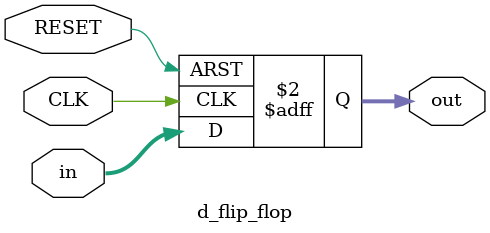
<source format=v>
module d_flip_flop (out, CLK, in,RESET);
    output reg [31:0] out;
    input             CLK;
    input      [31:0] in;
	 input             RESET;

    always @(posedge CLK or posedge RESET)
        begin
		  if (RESET)out=32'd0;
		  else
            out <= in;
        end

endmodule // d_flip_flop

</source>
